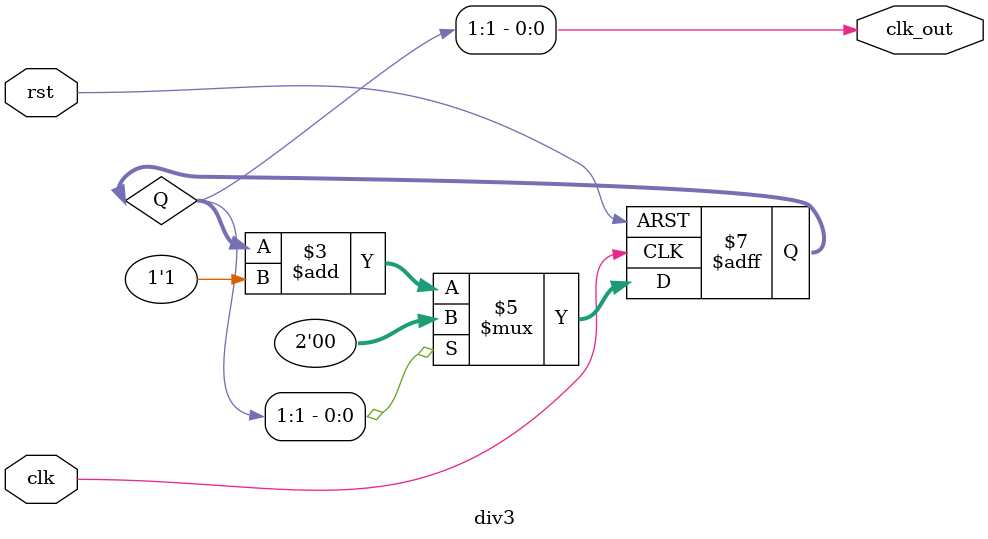
<source format=v>
module div3(clk, rst, clk_out);
  input clk, rst;
  output clk_out;

  wire clk, rst;
  wire clk_out;
  reg [1:0]Q;

  always @ (posedge clk, posedge rst)begin
    if(rst)
      Q = 2'b00;
    else
      if(Q[1]==1'b1)
        Q = 2'b00;
      else
        Q = Q + 1'b1;
  end

  assign clk_out = Q[1];
    
endmodule
</source>
